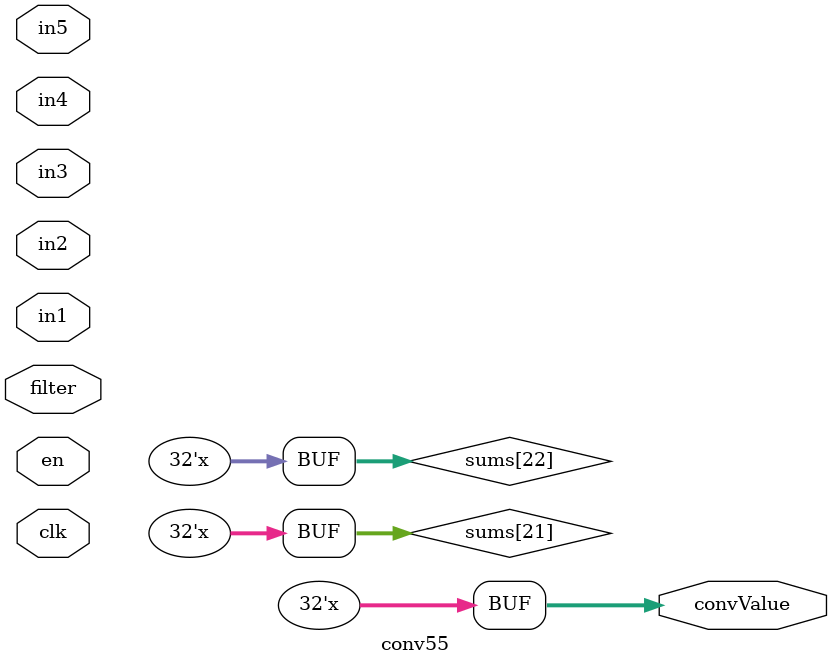
<source format=v>
/**************************************
@ filename    : conv55.v
@ author      : https://github.com/djtfoo/lenet5-verilog
@ update      : yyrwkk
@ create time : 2024/11/13 16:34:37
@ version     : v1.0.0
**************************************/
module conv55 # (
    parameter BIT_WIDTH = 8   , 
    parameter OUT_WIDTH = 32
)(
	input                            clk      , 
	input                            en       ,	
	input signed[BIT_WIDTH-1:0]      in1      , 
    input signed[BIT_WIDTH-1:0]      in2      ,
    input signed[BIT_WIDTH-1:0]      in3      ,
    input signed[BIT_WIDTH-1:0]      in4      ,
    input signed[BIT_WIDTH-1:0]      in5      ,
	input signed[(BIT_WIDTH*25)-1:0] filter   ,	// 5x5 filter

	output signed[OUT_WIDTH-1:0]     convValue	// size should increase to hold the sum of products
);


reg signed [BIT_WIDTH-1:0] rows[0:4][0:4]; // 5x5 window matrix

genvar i;
generate
    for( i=0;i<4;i=i+1 ) begin : window_gen
        if( i == 0 ) begin // first col is always from input
            always @(posedge clk) begin
                if (en) begin
                    rows[0][i] <= in1;
                    rows[1][i] <= in2;
                    rows[2][i] <= in3;
                    rows[3][i] <= in4;
                    rows[4][i] <= in5;  
                end else begin 
                    rows[0][i] <= rows[0][i];
                    rows[1][i] <= rows[1][i];
                    rows[2][i] <= rows[2][i];
                    rows[3][i] <= rows[3][i];
                    rows[4][i] <= rows[4][i];
                end
            end
        end else begin  // other cols are shifted by 1
            always @(posedge clk) begin
                if (en) begin
                    rows[0][i] <= rows[0][i-1];
                    rows[1][i] <= rows[1][i-1];
                    rows[2][i] <= rows[2][i-1];
                    rows[3][i] <= rows[3][i-1];
                    rows[4][i] <= rows[4][i-1];
                end else begin 
                    rows[0][i] <= rows[0][i];
                    rows[1][i] <= rows[1][i];
                    rows[2][i] <= rows[2][i];
                    rows[3][i] <= rows[3][i];
                    rows[4][i] <= rows[4][i];
                end
           end
        end
       
    end
endgenerate

// multiply & accumulate in 1 clock cycle
wire signed[OUT_WIDTH-1:0] mult55[0:24];

genvar x, y;
// multiplication
generate
	for (x = 0; x < 5; x = x+1) begin : sum_rows	    // each row
		for (y = 0; y < 5; y = y+1) begin : sum_columns	// each item in a row
			assign mult55[5*x+y] = rows[x][4-y] * filter[BIT_WIDTH*(5*x+y+1)-1 : BIT_WIDTH*(5*x+y)];
		end
	end
endgenerate

genvar j;
// adder tree ： 5 leves
wire signed[OUT_WIDTH-1:0] sums[0:22];	// 25-2 intermediate sums
generate
	// sums[0] to sums[11]
	for (j = 0; j < 12; j = j+1) begin : addertree_nodes0  // 0+1 2+3 4+5 6+7 8+9 10+11 ...
		assign sums[j] = mult55[j*2] + mult55[j*2+1];
	end
	// sums[12] to sums[17]
	for (j = 0; j < 6; j = j+1) begin : addertree_nodes1  // （0+1）+（2+3）+（4+5）+（6+7）+（8+9）+（10+11）...
		assign sums[j+12] = sums[j*2] + sums[j*2+1];
	end
	// sums[18] to sums[20]
	for (j = 0; j < 3; j = j+1) begin : addertree_nodes2  // （（0+1）+（2+3）+（4+5）+（6+7）+（8+9）+（10+11））+（12+13）...
		assign sums[j+18] = sums[j*2+12] + sums[j*2+13];
	end
	assign sums[21] = sums[18] + sums[19];                 
	assign sums[22] = sums[20] + mult55[24];
endgenerate

// final sum
assign convValue = sums[21] + sums[22];

endmodule


</source>
